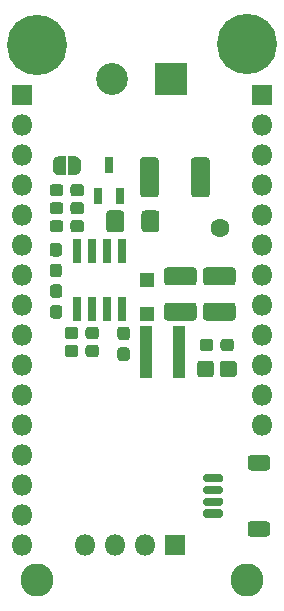
<source format=gbr>
%TF.GenerationSoftware,KiCad,Pcbnew,5.1.6-c6e7f7d~87~ubuntu18.04.1*%
%TF.CreationDate,2020-09-21T12:52:16-07:00*%
%TF.ProjectId,feather-power-supply-sw-smd,66656174-6865-4722-9d70-6f7765722d73,rev?*%
%TF.SameCoordinates,Original*%
%TF.FileFunction,Soldermask,Top*%
%TF.FilePolarity,Negative*%
%FSLAX46Y46*%
G04 Gerber Fmt 4.6, Leading zero omitted, Abs format (unit mm)*
G04 Created by KiCad (PCBNEW 5.1.6-c6e7f7d~87~ubuntu18.04.1) date 2020-09-21 12:52:16*
%MOMM*%
%LPD*%
G01*
G04 APERTURE LIST*
%ADD10C,1.601600*%
%ADD11R,0.751600X1.321600*%
%ADD12R,1.101600X4.501600*%
%ADD13C,2.801600*%
%ADD14O,1.801600X1.801600*%
%ADD15R,1.801600X1.801600*%
%ADD16R,2.701600X2.701600*%
%ADD17C,2.701600*%
%ADD18C,5.101600*%
%ADD19C,0.100000*%
%ADD20R,1.201600X1.201600*%
%ADD21R,0.701600X2.101600*%
G04 APERTURE END LIST*
D10*
%TO.C,TP1*%
X146304000Y-77216000D03*
%TD*%
D11*
%TO.C,Q1*%
X136931400Y-71867400D03*
X137881400Y-74487400D03*
X135981400Y-74487400D03*
%TD*%
D12*
%TO.C,L1*%
X142827600Y-87680800D03*
X140077600Y-87680800D03*
%TD*%
%TO.C,J4*%
G36*
G01*
X150281034Y-97749000D02*
X148921766Y-97749000D01*
G75*
G02*
X148650600Y-97477834I0J271166D01*
G01*
X148650600Y-96718566D01*
G75*
G02*
X148921766Y-96447400I271166J0D01*
G01*
X150281034Y-96447400D01*
G75*
G02*
X150552200Y-96718566I0J-271166D01*
G01*
X150552200Y-97477834D01*
G75*
G02*
X150281034Y-97749000I-271166J0D01*
G01*
G37*
G36*
G01*
X150281034Y-103349000D02*
X148921766Y-103349000D01*
G75*
G02*
X148650600Y-103077834I0J271166D01*
G01*
X148650600Y-102318566D01*
G75*
G02*
X148921766Y-102047400I271166J0D01*
G01*
X150281034Y-102047400D01*
G75*
G02*
X150552200Y-102318566I0J-271166D01*
G01*
X150552200Y-103077834D01*
G75*
G02*
X150281034Y-103349000I-271166J0D01*
G01*
G37*
G36*
G01*
X146376800Y-98749000D02*
X145076000Y-98749000D01*
G75*
G02*
X144900600Y-98573600I0J175400D01*
G01*
X144900600Y-98222800D01*
G75*
G02*
X145076000Y-98047400I175400J0D01*
G01*
X146376800Y-98047400D01*
G75*
G02*
X146552200Y-98222800I0J-175400D01*
G01*
X146552200Y-98573600D01*
G75*
G02*
X146376800Y-98749000I-175400J0D01*
G01*
G37*
G36*
G01*
X146376800Y-99749000D02*
X145076000Y-99749000D01*
G75*
G02*
X144900600Y-99573600I0J175400D01*
G01*
X144900600Y-99222800D01*
G75*
G02*
X145076000Y-99047400I175400J0D01*
G01*
X146376800Y-99047400D01*
G75*
G02*
X146552200Y-99222800I0J-175400D01*
G01*
X146552200Y-99573600D01*
G75*
G02*
X146376800Y-99749000I-175400J0D01*
G01*
G37*
G36*
G01*
X146376800Y-100749000D02*
X145076000Y-100749000D01*
G75*
G02*
X144900600Y-100573600I0J175400D01*
G01*
X144900600Y-100222800D01*
G75*
G02*
X145076000Y-100047400I175400J0D01*
G01*
X146376800Y-100047400D01*
G75*
G02*
X146552200Y-100222800I0J-175400D01*
G01*
X146552200Y-100573600D01*
G75*
G02*
X146376800Y-100749000I-175400J0D01*
G01*
G37*
G36*
G01*
X146376800Y-101749000D02*
X145076000Y-101749000D01*
G75*
G02*
X144900600Y-101573600I0J175400D01*
G01*
X144900600Y-101222800D01*
G75*
G02*
X145076000Y-101047400I175400J0D01*
G01*
X146376800Y-101047400D01*
G75*
G02*
X146552200Y-101222800I0J-175400D01*
G01*
X146552200Y-101573600D01*
G75*
G02*
X146376800Y-101749000I-175400J0D01*
G01*
G37*
%TD*%
D13*
%TO.C,H3*%
X148615400Y-107010200D03*
%TD*%
%TO.C,R5*%
G36*
G01*
X146349200Y-87384900D02*
X146349200Y-86859100D01*
G75*
G02*
X146612100Y-86596200I262900J0D01*
G01*
X147237900Y-86596200D01*
G75*
G02*
X147500800Y-86859100I0J-262900D01*
G01*
X147500800Y-87384900D01*
G75*
G02*
X147237900Y-87647800I-262900J0D01*
G01*
X146612100Y-87647800D01*
G75*
G02*
X146349200Y-87384900I0J262900D01*
G01*
G37*
G36*
G01*
X144599200Y-87384900D02*
X144599200Y-86859100D01*
G75*
G02*
X144862100Y-86596200I262900J0D01*
G01*
X145487900Y-86596200D01*
G75*
G02*
X145750800Y-86859100I0J-262900D01*
G01*
X145750800Y-87384900D01*
G75*
G02*
X145487900Y-87647800I-262900J0D01*
G01*
X144862100Y-87647800D01*
G75*
G02*
X144599200Y-87384900I0J262900D01*
G01*
G37*
%TD*%
%TO.C,D2*%
G36*
G01*
X146299200Y-89585262D02*
X146299200Y-88722738D01*
G75*
G02*
X146568738Y-88453200I269538J0D01*
G01*
X147456262Y-88453200D01*
G75*
G02*
X147725800Y-88722738I0J-269538D01*
G01*
X147725800Y-89585262D01*
G75*
G02*
X147456262Y-89854800I-269538J0D01*
G01*
X146568738Y-89854800D01*
G75*
G02*
X146299200Y-89585262I0J269538D01*
G01*
G37*
G36*
G01*
X144374200Y-89585262D02*
X144374200Y-88722738D01*
G75*
G02*
X144643738Y-88453200I269538J0D01*
G01*
X145531262Y-88453200D01*
G75*
G02*
X145800800Y-88722738I0J-269538D01*
G01*
X145800800Y-89585262D01*
G75*
G02*
X145531262Y-89854800I-269538J0D01*
G01*
X144643738Y-89854800D01*
G75*
G02*
X144374200Y-89585262I0J269538D01*
G01*
G37*
%TD*%
D14*
%TO.C,J5*%
X134874000Y-104063800D03*
X137414000Y-104063800D03*
X139954000Y-104063800D03*
D15*
X142494000Y-104063800D03*
%TD*%
D16*
%TO.C,J1*%
X142176500Y-64643000D03*
D17*
X137176500Y-64643000D03*
%TD*%
%TO.C,F1*%
G36*
G01*
X141119800Y-71489821D02*
X141119800Y-74356979D01*
G75*
G02*
X140852579Y-74624200I-267221J0D01*
G01*
X139810421Y-74624200D01*
G75*
G02*
X139543200Y-74356979I0J267221D01*
G01*
X139543200Y-71489821D01*
G75*
G02*
X139810421Y-71222600I267221J0D01*
G01*
X140852579Y-71222600D01*
G75*
G02*
X141119800Y-71489821I0J-267221D01*
G01*
G37*
G36*
G01*
X145444800Y-71489821D02*
X145444800Y-74356979D01*
G75*
G02*
X145177579Y-74624200I-267221J0D01*
G01*
X144135421Y-74624200D01*
G75*
G02*
X143868200Y-74356979I0J267221D01*
G01*
X143868200Y-71489821D01*
G75*
G02*
X144135421Y-71222600I267221J0D01*
G01*
X145177579Y-71222600D01*
G75*
G02*
X145444800Y-71489821I0J-267221D01*
G01*
G37*
%TD*%
D18*
%TO.C,H2*%
X148615400Y-61671200D03*
%TD*%
%TO.C,H1*%
X130810000Y-61696600D03*
%TD*%
%TO.C,C5*%
G36*
G01*
X144059175Y-82079800D02*
X141843225Y-82079800D01*
G75*
G02*
X141575400Y-81811975I0J267825D01*
G01*
X141575400Y-80821025D01*
G75*
G02*
X141843225Y-80553200I267825J0D01*
G01*
X144059175Y-80553200D01*
G75*
G02*
X144327000Y-80821025I0J-267825D01*
G01*
X144327000Y-81811975D01*
G75*
G02*
X144059175Y-82079800I-267825J0D01*
G01*
G37*
G36*
G01*
X144059175Y-85054800D02*
X141843225Y-85054800D01*
G75*
G02*
X141575400Y-84786975I0J267825D01*
G01*
X141575400Y-83796025D01*
G75*
G02*
X141843225Y-83528200I267825J0D01*
G01*
X144059175Y-83528200D01*
G75*
G02*
X144327000Y-83796025I0J-267825D01*
G01*
X144327000Y-84786975D01*
G75*
G02*
X144059175Y-85054800I-267825J0D01*
G01*
G37*
%TD*%
%TO.C,C9*%
G36*
G01*
X133649200Y-77326500D02*
X133649200Y-76800700D01*
G75*
G02*
X133912100Y-76537800I262900J0D01*
G01*
X134537900Y-76537800D01*
G75*
G02*
X134800800Y-76800700I0J-262900D01*
G01*
X134800800Y-77326500D01*
G75*
G02*
X134537900Y-77589400I-262900J0D01*
G01*
X133912100Y-77589400D01*
G75*
G02*
X133649200Y-77326500I0J262900D01*
G01*
G37*
G36*
G01*
X131899200Y-77326500D02*
X131899200Y-76800700D01*
G75*
G02*
X132162100Y-76537800I262900J0D01*
G01*
X132787900Y-76537800D01*
G75*
G02*
X133050800Y-76800700I0J-262900D01*
G01*
X133050800Y-77326500D01*
G75*
G02*
X132787900Y-77589400I-262900J0D01*
G01*
X132162100Y-77589400D01*
G75*
G02*
X131899200Y-77326500I0J262900D01*
G01*
G37*
%TD*%
%TO.C,C6*%
G36*
G01*
X147361175Y-82079800D02*
X145145225Y-82079800D01*
G75*
G02*
X144877400Y-81811975I0J267825D01*
G01*
X144877400Y-80821025D01*
G75*
G02*
X145145225Y-80553200I267825J0D01*
G01*
X147361175Y-80553200D01*
G75*
G02*
X147629000Y-80821025I0J-267825D01*
G01*
X147629000Y-81811975D01*
G75*
G02*
X147361175Y-82079800I-267825J0D01*
G01*
G37*
G36*
G01*
X147361175Y-85054800D02*
X145145225Y-85054800D01*
G75*
G02*
X144877400Y-84786975I0J267825D01*
G01*
X144877400Y-83796025D01*
G75*
G02*
X145145225Y-83528200I267825J0D01*
G01*
X147361175Y-83528200D01*
G75*
G02*
X147629000Y-83796025I0J-267825D01*
G01*
X147629000Y-84786975D01*
G75*
G02*
X147361175Y-85054800I-267825J0D01*
G01*
G37*
%TD*%
D19*
%TO.C,JP1*%
G36*
X133490089Y-72732624D02*
G01*
X133480560Y-72729733D01*
X133471777Y-72725039D01*
X133464079Y-72718721D01*
X133457761Y-72711023D01*
X133453067Y-72702240D01*
X133450176Y-72692711D01*
X133449200Y-72682800D01*
X133449200Y-71182800D01*
X133450176Y-71172889D01*
X133453067Y-71163360D01*
X133457761Y-71154577D01*
X133464079Y-71146879D01*
X133471777Y-71140561D01*
X133480560Y-71135867D01*
X133490089Y-71132976D01*
X133500000Y-71132000D01*
X134000000Y-71132000D01*
X134006113Y-71132602D01*
X134024534Y-71132602D01*
X134029514Y-71132847D01*
X134078345Y-71137657D01*
X134083275Y-71138388D01*
X134131400Y-71147960D01*
X134136237Y-71149172D01*
X134183192Y-71163416D01*
X134187885Y-71165095D01*
X134233218Y-71183872D01*
X134237726Y-71186004D01*
X134280999Y-71209135D01*
X134285273Y-71211697D01*
X134326072Y-71238957D01*
X134330077Y-71241927D01*
X134368006Y-71273055D01*
X134371700Y-71276403D01*
X134406397Y-71311100D01*
X134409745Y-71314794D01*
X134440873Y-71352723D01*
X134443843Y-71356728D01*
X134471103Y-71397527D01*
X134473665Y-71401801D01*
X134496796Y-71445074D01*
X134498928Y-71449582D01*
X134517705Y-71494915D01*
X134519384Y-71499608D01*
X134533628Y-71546563D01*
X134534840Y-71551400D01*
X134544412Y-71599525D01*
X134545143Y-71604455D01*
X134549953Y-71653286D01*
X134550198Y-71658266D01*
X134550198Y-71676687D01*
X134550800Y-71682800D01*
X134550800Y-72182800D01*
X134550198Y-72188913D01*
X134550198Y-72207334D01*
X134549953Y-72212314D01*
X134545143Y-72261145D01*
X134544412Y-72266075D01*
X134534840Y-72314200D01*
X134533628Y-72319037D01*
X134519384Y-72365992D01*
X134517705Y-72370685D01*
X134498928Y-72416018D01*
X134496796Y-72420526D01*
X134473665Y-72463799D01*
X134471103Y-72468073D01*
X134443843Y-72508872D01*
X134440873Y-72512877D01*
X134409745Y-72550806D01*
X134406397Y-72554500D01*
X134371700Y-72589197D01*
X134368006Y-72592545D01*
X134330077Y-72623673D01*
X134326072Y-72626643D01*
X134285273Y-72653903D01*
X134280999Y-72656465D01*
X134237726Y-72679596D01*
X134233218Y-72681728D01*
X134187885Y-72700505D01*
X134183192Y-72702184D01*
X134136237Y-72716428D01*
X134131400Y-72717640D01*
X134083275Y-72727212D01*
X134078345Y-72727943D01*
X134029514Y-72732753D01*
X134024534Y-72732998D01*
X134006113Y-72732998D01*
X134000000Y-72733600D01*
X133500000Y-72733600D01*
X133490089Y-72732624D01*
G37*
G36*
X132693887Y-72732998D02*
G01*
X132675466Y-72732998D01*
X132670486Y-72732753D01*
X132621655Y-72727943D01*
X132616725Y-72727212D01*
X132568600Y-72717640D01*
X132563763Y-72716428D01*
X132516808Y-72702184D01*
X132512115Y-72700505D01*
X132466782Y-72681728D01*
X132462274Y-72679596D01*
X132419001Y-72656465D01*
X132414727Y-72653903D01*
X132373928Y-72626643D01*
X132369923Y-72623673D01*
X132331994Y-72592545D01*
X132328300Y-72589197D01*
X132293603Y-72554500D01*
X132290255Y-72550806D01*
X132259127Y-72512877D01*
X132256157Y-72508872D01*
X132228897Y-72468073D01*
X132226335Y-72463799D01*
X132203204Y-72420526D01*
X132201072Y-72416018D01*
X132182295Y-72370685D01*
X132180616Y-72365992D01*
X132166372Y-72319037D01*
X132165160Y-72314200D01*
X132155588Y-72266075D01*
X132154857Y-72261145D01*
X132150047Y-72212314D01*
X132149802Y-72207334D01*
X132149802Y-72188913D01*
X132149200Y-72182800D01*
X132149200Y-71682800D01*
X132149802Y-71676687D01*
X132149802Y-71658266D01*
X132150047Y-71653286D01*
X132154857Y-71604455D01*
X132155588Y-71599525D01*
X132165160Y-71551400D01*
X132166372Y-71546563D01*
X132180616Y-71499608D01*
X132182295Y-71494915D01*
X132201072Y-71449582D01*
X132203204Y-71445074D01*
X132226335Y-71401801D01*
X132228897Y-71397527D01*
X132256157Y-71356728D01*
X132259127Y-71352723D01*
X132290255Y-71314794D01*
X132293603Y-71311100D01*
X132328300Y-71276403D01*
X132331994Y-71273055D01*
X132369923Y-71241927D01*
X132373928Y-71238957D01*
X132414727Y-71211697D01*
X132419001Y-71209135D01*
X132462274Y-71186004D01*
X132466782Y-71183872D01*
X132512115Y-71165095D01*
X132516808Y-71163416D01*
X132563763Y-71149172D01*
X132568600Y-71147960D01*
X132616725Y-71138388D01*
X132621655Y-71137657D01*
X132670486Y-71132847D01*
X132675466Y-71132602D01*
X132693887Y-71132602D01*
X132700000Y-71132000D01*
X133200000Y-71132000D01*
X133209911Y-71132976D01*
X133219440Y-71135867D01*
X133228223Y-71140561D01*
X133235921Y-71146879D01*
X133242239Y-71154577D01*
X133246933Y-71163360D01*
X133249824Y-71172889D01*
X133250800Y-71182800D01*
X133250800Y-72682800D01*
X133249824Y-72692711D01*
X133246933Y-72702240D01*
X133242239Y-72711023D01*
X133235921Y-72718721D01*
X133228223Y-72725039D01*
X133219440Y-72729733D01*
X133209911Y-72732624D01*
X133200000Y-72733600D01*
X132700000Y-72733600D01*
X132693887Y-72732998D01*
G37*
%TD*%
%TO.C,R4*%
G36*
G01*
X133649200Y-75802500D02*
X133649200Y-75276700D01*
G75*
G02*
X133912100Y-75013800I262900J0D01*
G01*
X134537900Y-75013800D01*
G75*
G02*
X134800800Y-75276700I0J-262900D01*
G01*
X134800800Y-75802500D01*
G75*
G02*
X134537900Y-76065400I-262900J0D01*
G01*
X133912100Y-76065400D01*
G75*
G02*
X133649200Y-75802500I0J262900D01*
G01*
G37*
G36*
G01*
X131899200Y-75802500D02*
X131899200Y-75276700D01*
G75*
G02*
X132162100Y-75013800I262900J0D01*
G01*
X132787900Y-75013800D01*
G75*
G02*
X133050800Y-75276700I0J-262900D01*
G01*
X133050800Y-75802500D01*
G75*
G02*
X132787900Y-76065400I-262900J0D01*
G01*
X132162100Y-76065400D01*
G75*
G02*
X131899200Y-75802500I0J262900D01*
G01*
G37*
%TD*%
D13*
%TO.C,H4*%
X130810000Y-107010200D03*
%TD*%
%TO.C,C2*%
G36*
G01*
X139662200Y-77315175D02*
X139662200Y-75999225D01*
G75*
G02*
X139930025Y-75731400I267825J0D01*
G01*
X140920975Y-75731400D01*
G75*
G02*
X141188800Y-75999225I0J-267825D01*
G01*
X141188800Y-77315175D01*
G75*
G02*
X140920975Y-77583000I-267825J0D01*
G01*
X139930025Y-77583000D01*
G75*
G02*
X139662200Y-77315175I0J267825D01*
G01*
G37*
G36*
G01*
X136687200Y-77315845D02*
X136687200Y-75998555D01*
G75*
G02*
X136954355Y-75731400I267155J0D01*
G01*
X137946645Y-75731400D01*
G75*
G02*
X138213800Y-75998555I0J-267155D01*
G01*
X138213800Y-77315845D01*
G75*
G02*
X137946645Y-77583000I-267155J0D01*
G01*
X136954355Y-77583000D01*
G75*
G02*
X136687200Y-77315845I0J267155D01*
G01*
G37*
%TD*%
%TO.C,R2*%
G36*
G01*
X132172700Y-83738200D02*
X132698500Y-83738200D01*
G75*
G02*
X132961400Y-84001100I0J-262900D01*
G01*
X132961400Y-84626900D01*
G75*
G02*
X132698500Y-84889800I-262900J0D01*
G01*
X132172700Y-84889800D01*
G75*
G02*
X131909800Y-84626900I0J262900D01*
G01*
X131909800Y-84001100D01*
G75*
G02*
X132172700Y-83738200I262900J0D01*
G01*
G37*
G36*
G01*
X132172700Y-81988200D02*
X132698500Y-81988200D01*
G75*
G02*
X132961400Y-82251100I0J-262900D01*
G01*
X132961400Y-82876900D01*
G75*
G02*
X132698500Y-83139800I-262900J0D01*
G01*
X132172700Y-83139800D01*
G75*
G02*
X131909800Y-82876900I0J262900D01*
G01*
X131909800Y-82251100D01*
G75*
G02*
X132172700Y-81988200I262900J0D01*
G01*
G37*
%TD*%
D20*
%TO.C,D1*%
X140106400Y-81658000D03*
X140106400Y-84458000D03*
%TD*%
D21*
%TO.C,U1*%
X135509000Y-79134800D03*
X138049000Y-84034800D03*
X136779000Y-84034800D03*
X135509000Y-84034800D03*
X134239000Y-84034800D03*
X134239000Y-79134800D03*
X136779000Y-79134800D03*
X138049000Y-79134800D03*
%TD*%
%TO.C,R1*%
G36*
G01*
X134320800Y-85843100D02*
X134320800Y-86368900D01*
G75*
G02*
X134057900Y-86631800I-262900J0D01*
G01*
X133432100Y-86631800D01*
G75*
G02*
X133169200Y-86368900I0J262900D01*
G01*
X133169200Y-85843100D01*
G75*
G02*
X133432100Y-85580200I262900J0D01*
G01*
X134057900Y-85580200D01*
G75*
G02*
X134320800Y-85843100I0J-262900D01*
G01*
G37*
G36*
G01*
X136070800Y-85843100D02*
X136070800Y-86368900D01*
G75*
G02*
X135807900Y-86631800I-262900J0D01*
G01*
X135182100Y-86631800D01*
G75*
G02*
X134919200Y-86368900I0J262900D01*
G01*
X134919200Y-85843100D01*
G75*
G02*
X135182100Y-85580200I262900J0D01*
G01*
X135807900Y-85580200D01*
G75*
G02*
X136070800Y-85843100I0J-262900D01*
G01*
G37*
%TD*%
%TO.C,C8*%
G36*
G01*
X132147300Y-80233000D02*
X132673100Y-80233000D01*
G75*
G02*
X132936000Y-80495900I0J-262900D01*
G01*
X132936000Y-81121700D01*
G75*
G02*
X132673100Y-81384600I-262900J0D01*
G01*
X132147300Y-81384600D01*
G75*
G02*
X131884400Y-81121700I0J262900D01*
G01*
X131884400Y-80495900D01*
G75*
G02*
X132147300Y-80233000I262900J0D01*
G01*
G37*
G36*
G01*
X132147300Y-78483000D02*
X132673100Y-78483000D01*
G75*
G02*
X132936000Y-78745900I0J-262900D01*
G01*
X132936000Y-79371700D01*
G75*
G02*
X132673100Y-79634600I-262900J0D01*
G01*
X132147300Y-79634600D01*
G75*
G02*
X131884400Y-79371700I0J262900D01*
G01*
X131884400Y-78745900D01*
G75*
G02*
X132147300Y-78483000I262900J0D01*
G01*
G37*
%TD*%
%TO.C,C7*%
G36*
G01*
X134919200Y-87892900D02*
X134919200Y-87367100D01*
G75*
G02*
X135182100Y-87104200I262900J0D01*
G01*
X135807900Y-87104200D01*
G75*
G02*
X136070800Y-87367100I0J-262900D01*
G01*
X136070800Y-87892900D01*
G75*
G02*
X135807900Y-88155800I-262900J0D01*
G01*
X135182100Y-88155800D01*
G75*
G02*
X134919200Y-87892900I0J262900D01*
G01*
G37*
G36*
G01*
X133169200Y-87892900D02*
X133169200Y-87367100D01*
G75*
G02*
X133432100Y-87104200I262900J0D01*
G01*
X134057900Y-87104200D01*
G75*
G02*
X134320800Y-87367100I0J-262900D01*
G01*
X134320800Y-87892900D01*
G75*
G02*
X134057900Y-88155800I-262900J0D01*
G01*
X133432100Y-88155800D01*
G75*
G02*
X133169200Y-87892900I0J262900D01*
G01*
G37*
%TD*%
%TO.C,C1*%
G36*
G01*
X138413500Y-86721200D02*
X137887700Y-86721200D01*
G75*
G02*
X137624800Y-86458300I0J262900D01*
G01*
X137624800Y-85832500D01*
G75*
G02*
X137887700Y-85569600I262900J0D01*
G01*
X138413500Y-85569600D01*
G75*
G02*
X138676400Y-85832500I0J-262900D01*
G01*
X138676400Y-86458300D01*
G75*
G02*
X138413500Y-86721200I-262900J0D01*
G01*
G37*
G36*
G01*
X138413500Y-88471200D02*
X137887700Y-88471200D01*
G75*
G02*
X137624800Y-88208300I0J262900D01*
G01*
X137624800Y-87582500D01*
G75*
G02*
X137887700Y-87319600I262900J0D01*
G01*
X138413500Y-87319600D01*
G75*
G02*
X138676400Y-87582500I0J-262900D01*
G01*
X138676400Y-88208300D01*
G75*
G02*
X138413500Y-88471200I-262900J0D01*
G01*
G37*
%TD*%
D14*
%TO.C,J3*%
X129565400Y-104089200D03*
X129565400Y-101549200D03*
X129565400Y-99009200D03*
X129565400Y-96469200D03*
X129565400Y-93929200D03*
X129565400Y-91389200D03*
X129565400Y-88849200D03*
X129565400Y-86309200D03*
X129565400Y-83769200D03*
X129565400Y-81229200D03*
X129565400Y-78689200D03*
X129565400Y-76149200D03*
X129565400Y-73609200D03*
X129565400Y-71069200D03*
X129565400Y-68529200D03*
D15*
X129565400Y-65989200D03*
%TD*%
%TO.C,R3*%
G36*
G01*
X133649200Y-74278500D02*
X133649200Y-73752700D01*
G75*
G02*
X133912100Y-73489800I262900J0D01*
G01*
X134537900Y-73489800D01*
G75*
G02*
X134800800Y-73752700I0J-262900D01*
G01*
X134800800Y-74278500D01*
G75*
G02*
X134537900Y-74541400I-262900J0D01*
G01*
X133912100Y-74541400D01*
G75*
G02*
X133649200Y-74278500I0J262900D01*
G01*
G37*
G36*
G01*
X131899200Y-74278500D02*
X131899200Y-73752700D01*
G75*
G02*
X132162100Y-73489800I262900J0D01*
G01*
X132787900Y-73489800D01*
G75*
G02*
X133050800Y-73752700I0J-262900D01*
G01*
X133050800Y-74278500D01*
G75*
G02*
X132787900Y-74541400I-262900J0D01*
G01*
X132162100Y-74541400D01*
G75*
G02*
X131899200Y-74278500I0J262900D01*
G01*
G37*
%TD*%
%TO.C,J2*%
X149885400Y-65989200D03*
D14*
X149885400Y-68529200D03*
X149885400Y-71069200D03*
X149885400Y-73609200D03*
X149885400Y-76149200D03*
X149885400Y-78689200D03*
X149885400Y-81229200D03*
X149885400Y-83769200D03*
X149885400Y-86309200D03*
X149885400Y-88849200D03*
X149885400Y-91389200D03*
X149885400Y-93929200D03*
%TD*%
M02*

</source>
